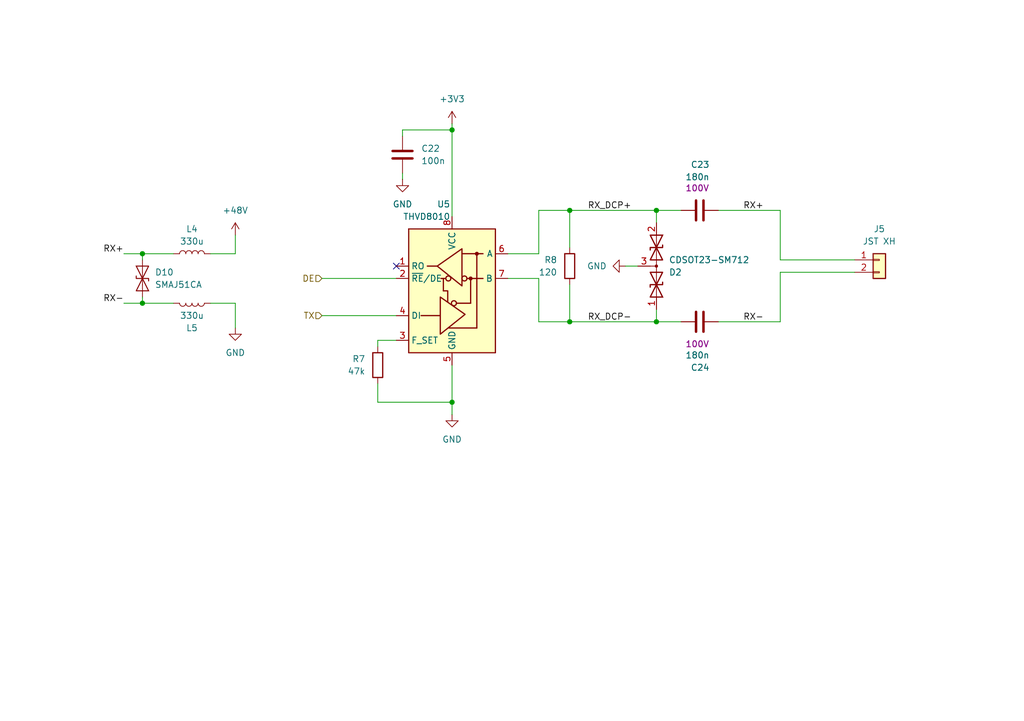
<source format=kicad_sch>
(kicad_sch (version 20231120) (generator "eeschema") (generator_version "8.0")
  (paper "A5")
  (lib_symbols
    (symbol "Connector_Generic:Conn_01x02" (pin_names (offset 1.016) hide)
      (property "Reference" "J" (at 0 2.54 0))
      (property "Value" "Conn_01x02" (at 0 -5.08 0))
      (symbol "Conn_01x02_1_1"
        (rectangle (start -1.27 -2.413) (end 0 -2.667) (stroke (width 0.1524)))
        (rectangle (start -1.27 0.127) (end 0 -0.127) (stroke (width 0.1524)))
        (rectangle (start -1.27 1.27) (end 1.27 -3.81) (stroke (width 0.254)) (fill (type background)))
        (pin passive line (at -5.08 0 0) (length 3.81) (name "Pin_1") (number "1"))
        (pin passive line (at -5.08 -2.54 0) (length 3.81) (name "Pin_2") (number "2"))
      )
    )
    (symbol "Device:C" (pin_numbers hide) (pin_names (offset 0.254))
      (property "Reference" "C" (at 0.635 2.54 0))
      (property "Value" "C" (at 0.635 -2.54 0))
      (symbol "C_0_1"
        (polyline (pts (xy -2.032 -0.762) (xy 2.032 -0.762)) (stroke (width 0.508)))
        (polyline (pts (xy -2.032 0.762) (xy 2.032 0.762)) (stroke (width 0.508)))
      )
      (symbol "C_1_1"
        (pin passive line (at 0 3.81 270) (length 2.794) (name "~") (number "1"))
        (pin passive line (at 0 -3.81 90) (length 2.794) (name "~") (number "2"))
      )
    )
    (symbol "Device:D_TVS_Dual_AAC" (pin_names (offset 1.016) hide)
      (property "Reference" "D" (at 0 4.445 0))
      (property "Value" "D_TVS_Dual_AAC" (at 0 2.54 0))
      (symbol "D_TVS_Dual_AAC_0_0"
        (polyline (pts (xy 0 -1.27) (xy 0 0)))
      )
      (symbol "D_TVS_Dual_AAC_0_1"
        (polyline (pts (xy -6.35 0) (xy 6.35 0)))
        (polyline (pts (xy -3.302 1.27) (xy -3.81 1.27) (xy -3.81 -1.27) (xy -4.318 -1.27)) (stroke (width 0.254)))
        (polyline (pts (xy 4.318 1.27) (xy 3.81 1.27) (xy 3.81 -1.27) (xy 3.302 -1.27)) (stroke (width 0.254)))
        (polyline (pts (xy -6.35 1.27) (xy -1.27 -1.27) (xy -1.27 1.27) (xy -6.35 -1.27) (xy -6.35 1.27)) (stroke (width 0.254)))
        (polyline (pts (xy 6.35 1.27) (xy 1.27 -1.27) (xy 1.27 1.27) (xy 6.35 -1.27) (xy 6.35 1.27)) (stroke (width 0.254)))
        (circle (center 0 0) (radius 0.254) (fill (type outline)))
      )
      (symbol "D_TVS_Dual_AAC_1_1"
        (pin passive line (at -8.89 0 0) (length 2.54) (name "A1") (number "1"))
        (pin passive line (at 8.89 0 180) (length 2.54) (name "A2") (number "2"))
        (pin passive line (at 0 -3.81 90) (length 2.54) (name "common") (number "3"))
      )
    )
    (symbol "Device:L" (pin_numbers hide) (pin_names (offset 1.016) hide)
      (property "Reference" "L" (at -1.27 0 90))
      (property "Value" "L" (at 1.905 0 90))
      (symbol "L_0_1"
        (arc (start 0 -2.54) (mid 0.6323 -1.905) (end 0 -1.27))
        (arc (start 0 -1.27) (mid 0.6323 -0.635) (end 0 0))
        (arc (start 0 0) (mid 0.6323 0.635) (end 0 1.27))
        (arc (start 0 1.27) (mid 0.6323 1.905) (end 0 2.54))
      )
      (symbol "L_1_1"
        (pin passive line (at 0 3.81 270) (length 1.27) (name "1") (number "1"))
        (pin passive line (at 0 -3.81 90) (length 1.27) (name "2") (number "2"))
      )
    )
    (symbol "Device:R" (pin_numbers hide) (pin_names (offset 0))
      (property "Reference" "R" (at 2.032 0 90))
      (property "Value" "R" (at 0 0 90))
      (symbol "R_0_1"
        (rectangle (start -1.016 -2.54) (end 1.016 2.54) (stroke (width 0.254)))
      )
      (symbol "R_1_1"
        (pin passive line (at 0 3.81 270) (length 1.27) (name "~") (number "1"))
        (pin passive line (at 0 -3.81 90) (length 1.27) (name "~") (number "2"))
      )
    )
    (symbol "Diode:SMAJ51CA" (pin_numbers hide) (pin_names (offset 1.016) hide)
      (property "Reference" "D" (at 0 2.54 0))
      (property "Value" "SMAJ51CA" (at 0 -2.54 0))
      (symbol "SMAJ51CA_0_1"
        (polyline (pts (xy 1.27 0) (xy -1.27 0)))
        (polyline (pts (xy -2.54 -1.27) (xy 0 0) (xy -2.54 1.27) (xy -2.54 -1.27)) (stroke (width 0.2032)))
        (polyline (pts (xy 0.508 1.27) (xy 0 1.27) (xy 0 -1.27) (xy -0.508 -1.27)) (stroke (width 0.2032)))
        (polyline (pts (xy 2.54 1.27) (xy 2.54 -1.27) (xy 0 0) (xy 2.54 1.27)) (stroke (width 0.2032)))
      )
      (symbol "SMAJ51CA_1_1"
        (pin passive line (at -3.81 0 0) (length 2.54) (name "A1") (number "1"))
        (pin passive line (at 3.81 0 180) (length 2.54) (name "A2") (number "2"))
      )
    )
    (symbol "fort:THVD8010"
      (property "Reference" "U" (at -6.985 13.97 0))
      (property "Value" "THVD8010" (at 7.62 13.97 0))
      (symbol "THVD8010_0_1"
        (rectangle (start -8.89 12.7) (end 8.89 -12.7) (stroke (width 0.254)) (fill (type background)))
        (polyline (pts (xy -2.54 -5.08) (xy -6.35 -5.08)) (stroke (width 0.254)))
        (polyline (pts (xy -2.286 2.54) (xy -1.27 2.54)) (stroke (width 0.254)))
        (polyline (pts (xy -1.778 2.54) (xy -1.778 0)) (stroke (width 0.254)))
        (polyline (pts (xy -0.635 -7.62) (xy 5.08 -7.62)) (stroke (width 0.254)))
        (polyline (pts (xy 0.889 -2.54) (xy 3.81 -2.54)) (stroke (width 0.254)))
        (polyline (pts (xy 2.032 7.62) (xy 6.35 7.62)) (stroke (width 0.254)))
        (polyline (pts (xy 3.048 2.54) (xy 6.35 2.54)) (stroke (width 0.254)))
        (polyline (pts (xy 3.81 -2.54) (xy 3.81 2.54)) (stroke (width 0.254)))
        (polyline (pts (xy 5.08 -7.62) (xy 5.08 7.62)) (stroke (width 0.254)))
        (polyline (pts (xy -3.175 5.08) (xy -5.08 5.08) (xy -4.064 5.08)) (stroke (width 0.254)))
        (polyline (pts (xy -1.778 0) (xy -0.889 0) (xy -0.889 -2.286)) (stroke (width 0.254)))
        (polyline (pts (xy -2.413 -5.08) (xy -2.413 -1.27) (xy 2.667 -4.826) (xy -2.413 -8.89) (xy -2.413 -5.08)) (stroke (width 0.254)))
        (circle (center 0.381 -2.54) (radius 0.508) (stroke (width 0.254)))
        (circle (center 3.81 2.54) (radius 0.2794) (stroke (width 0.254)) (fill (type outline)))
      )
      (symbol "THVD8010_1_1"
        (circle (center -0.762 2.54) (radius 0.508) (stroke (width 0.254)))
        (polyline (pts (xy 2.032 4.826) (xy 2.032 8.636) (xy -3.048 5.08) (xy 2.032 1.016) (xy 2.032 4.826)) (stroke (width 0.254)))
        (circle (center 2.54 2.54) (radius 0.508) (stroke (width 0.254)))
        (circle (center 5.08 7.62) (radius 0.2794) (stroke (width 0.254)) (fill (type outline)))
        (pin output line (at -11.43 5.08 0) (length 2.54) (name "RO") (number "1"))
        (pin input line (at -11.43 2.54 0) (length 2.54) (name "~{RE}/DE") (number "2"))
        (pin input line (at -11.43 -10.16 0) (length 2.54) (name "F_SET") (number "3"))
        (pin input line (at -11.43 -5.08 0) (length 2.54) (name "DI") (number "4"))
        (pin power_in line (at 0 -15.24 90) (length 2.54) (name "GND") (number "5"))
        (pin bidirectional line (at 11.43 7.62 180) (length 2.54) (name "A") (number "6"))
        (pin bidirectional line (at 11.43 2.54 180) (length 2.54) (name "B") (number "7"))
        (pin power_in line (at 0 15.24 270) (length 2.54) (name "VCC") (number "8"))
      )
    )
    (symbol "power:+3V3" (power) (pin_numbers hide) (pin_names (offset 0) hide)
      (property "Value" "+3V3" (at 0 3.556 0))
      (symbol "+3V3_0_1"
        (polyline (pts (xy -0.762 1.27) (xy 0 2.54)))
        (polyline (pts (xy 0 0) (xy 0 2.54)))
        (polyline (pts (xy 0 2.54) (xy 0.762 1.27)))
      )
      (symbol "+3V3_1_1"
        (pin power_in line (at 0 0 90) (length 0) (name "~") (number "1"))
      )
    )
    (symbol "power:+48V" (power) (pin_numbers hide) (pin_names (offset 0) hide)
      (property "Value" "+48V" (at 0 3.556 0))
      (symbol "+48V_0_1"
        (polyline (pts (xy -0.762 1.27) (xy 0 2.54)))
        (polyline (pts (xy 0 0) (xy 0 2.54)))
        (polyline (pts (xy 0 2.54) (xy 0.762 1.27)))
      )
      (symbol "+48V_1_1"
        (pin power_in line (at 0 0 90) (length 0) (name "~") (number "1"))
      )
    )
    (symbol "power:GND" (power) (pin_numbers hide) (pin_names (offset 0) hide)
      (property "Value" "GND" (at 0 -3.81 0))
      (symbol "GND_0_1"
        (polyline (pts (xy 0 0) (xy 0 -1.27) (xy 1.27 -1.27) (xy 0 -2.54) (xy -1.27 -1.27) (xy 0 -1.27)))
      )
      (symbol "GND_1_1"
        (pin power_in line (at 0 0 270) (length 0) (name "~") (number "1"))
      )
    )
  )
  (junction (at 116.84 66.04))
  (junction (at 29.21 52.07))
  (junction (at 92.71 82.55))
  (junction (at 29.21 62.23))
  (junction (at 134.62 66.04))
  (junction (at 92.71 26.67))
  (junction (at 134.62 43.18))
  (junction (at 116.84 43.18))
  (no_connect (at 81.28 54.61))
  (wire (pts (xy 48.26 52.07) (xy 48.26 48.26)))
  (wire (pts (xy 48.26 62.23) (xy 48.26 67.31)))
  (wire (pts (xy 110.49 43.18) (xy 110.49 52.07)))
  (wire (pts (xy 134.62 66.04) (xy 116.84 66.04)))
  (wire (pts (xy 134.62 43.18) (xy 116.84 43.18)))
  (wire (pts (xy 139.7 43.18) (xy 134.62 43.18)))
  (wire (pts (xy 110.49 57.15) (xy 104.14 57.15)))
  (wire (pts (xy 134.62 66.04) (xy 134.62 63.5)))
  (wire (pts (xy 29.21 52.07) (xy 29.21 53.34)))
  (wire (pts (xy 92.71 82.55) (xy 77.47 82.55)))
  (wire (pts (xy 110.49 52.07) (xy 104.14 52.07)))
  (wire (pts (xy 160.02 55.88) (xy 175.26 55.88)))
  (wire (pts (xy 147.32 43.18) (xy 160.02 43.18)))
  (wire (pts (xy 116.84 66.04) (xy 110.49 66.04)))
  (wire (pts (xy 35.56 62.23) (xy 29.21 62.23)))
  (wire (pts (xy 43.18 52.07) (xy 48.26 52.07)))
  (wire (pts (xy 82.55 26.67) (xy 82.55 27.94)))
  (wire (pts (xy 116.84 43.18) (xy 116.84 50.8)))
  (wire (pts (xy 66.04 57.15) (xy 81.28 57.15)))
  (wire (pts (xy 82.55 35.56) (xy 82.55 36.83)))
  (wire (pts (xy 92.71 74.93) (xy 92.71 82.55)))
  (wire (pts (xy 29.21 60.96) (xy 29.21 62.23)))
  (wire (pts (xy 160.02 53.34) (xy 175.26 53.34)))
  (wire (pts (xy 66.04 64.77) (xy 81.28 64.77)))
  (wire (pts (xy 77.47 69.85) (xy 77.47 71.12)))
  (wire (pts (xy 92.71 26.67) (xy 82.55 26.67)))
  (wire (pts (xy 116.84 43.18) (xy 110.49 43.18)))
  (wire (pts (xy 134.62 43.18) (xy 134.62 45.72)))
  (wire (pts (xy 81.28 69.85) (xy 77.47 69.85)))
  (wire (pts (xy 29.21 62.23) (xy 25.4 62.23)))
  (wire (pts (xy 160.02 43.18) (xy 160.02 53.34)))
  (wire (pts (xy 77.47 78.74) (xy 77.47 82.55)))
  (wire (pts (xy 92.71 82.55) (xy 92.71 85.09)))
  (wire (pts (xy 92.71 26.67) (xy 92.71 44.45)))
  (wire (pts (xy 92.71 25.4) (xy 92.71 26.67)))
  (wire (pts (xy 110.49 66.04) (xy 110.49 57.15)))
  (wire (pts (xy 139.7 66.04) (xy 134.62 66.04)))
  (wire (pts (xy 25.4 52.07) (xy 29.21 52.07)))
  (wire (pts (xy 116.84 58.42) (xy 116.84 66.04)))
  (wire (pts (xy 43.18 62.23) (xy 48.26 62.23)))
  (wire (pts (xy 160.02 66.04) (xy 160.02 55.88)))
  (wire (pts (xy 130.81 54.61) (xy 128.27 54.61)))
  (wire (pts (xy 29.21 52.07) (xy 35.56 52.07)))
  (wire (pts (xy 147.32 66.04) (xy 160.02 66.04)))
  (label "RX+" (at 152.4 43.18 0))
  (label "RX+" (at 25.4 52.07 180))
  (label "RX_DCP-" (at 129.54 66.04 180))
  (label "RX-" (at 25.4 62.23 180))
  (label "RX_DCP+" (at 129.54 43.18 180))
  (label "RX-" (at 152.4 66.04 0))
  (hierarchical_label "TX" (shape input) (at 66.04 64.77 180))
  (hierarchical_label "DE" (shape input) (at 66.04 57.15 180))
  (symbol (lib_id "Device:C") (at 82.55 31.75 0) (unit 1)
    (property "Reference" "C22" (at 86.36 30.4799 0) (effects (justify left)))
    (property "Value" "100n" (at 86.36 33.0199 0) (effects (justify left)))
    (property "Footprint" "Capacitor_SMD:C_0402_1005Metric" (effects (hide yes)))
    (property "Description" "Unpolarized capacitor" (effects (hide yes)))
    (property "Rated Voltage" "16V" (effects (hide yes)))
    (property "Dielectric" "X7R" (effects (hide yes)))
    (property "MPN" "GRM155R71H104KE14J" (effects (hide yes)))
    (instances (project "helios" (path "" (reference "C22") (unit 1)) (path "" (reference "C25") (unit 1)) (path "" (reference "C19") (unit 1)) (path "" (reference "C28") (unit 1))))
  )
  (symbol (lib_id "power:+48V") (at 48.26 48.26 0) (unit 1)
    (property "Reference" "#PWR027" (effects (hide yes)))
    (property "Value" "+48V" (at 48.26 43.18 0))
    (property "Description" "Power symbol creates a global label with name \"+48V\"" (effects (hide yes)))
    (instances (project "helios" (path "" (reference "#PWR027") (unit 1)) (path "" (reference "#PWR033") (unit 1)) (path "" (reference "#PWR021") (unit 1)) (path "" (reference "#PWR039") (unit 1))))
  )
  (symbol (lib_id "power:+3V3") (at 92.71 25.4 0) (mirror y) (unit 1)
    (property "Reference" "#PWR030" (effects (hide yes)))
    (property "Value" "+3V3" (at 92.71 20.32 0))
    (property "Description" "Power symbol creates a global label with name \"+3V3\"" (effects (hide yes)))
    (instances (project "helios" (path "" (reference "#PWR030") (unit 1)) (path "" (reference "#PWR036") (unit 1)) (path "" (reference "#PWR024") (unit 1)) (path "" (reference "#PWR042") (unit 1))))
  )
  (symbol (lib_id "power:GND") (at 92.71 85.09 0) (mirror y) (unit 1)
    (property "Reference" "#PWR031" (effects (hide yes)))
    (property "Value" "GND" (at 92.71 90.17 0))
    (property "Description" "Power symbol creates a global label with name \"GND\" , ground" (effects (hide yes)))
    (instances (project "helios" (path "" (reference "#PWR031") (unit 1)) (path "" (reference "#PWR037") (unit 1)) (path "" (reference "#PWR025") (unit 1)) (path "" (reference "#PWR043") (unit 1))))
  )
  (symbol (lib_id "Device:R") (at 116.84 54.61 0) (mirror y) (unit 1)
    (property "Reference" "R8" (at 114.3 53.3399 0) (effects (justify left)))
    (property "Value" "120" (at 114.3 55.8799 0) (effects (justify left)))
    (property "Footprint" "Resistor_SMD:R_0402_1005Metric" (effects (hide yes)))
    (property "Description" "Resistor" (effects (hide yes)))
    (property "MPN" "ERJ-2RKF1200X" (effects (hide yes)))
    (instances (project "helios" (path "" (reference "R8") (unit 1)) (path "" (reference "R10") (unit 1)) (path "" (reference "R6") (unit 1)) (path "" (reference "R12") (unit 1))))
  )
  (symbol (lib_id "Diode:SMAJ51CA") (at 29.21 57.15 90) (unit 1)
    (property "Reference" "D10" (at 31.75 55.8799 90) (effects (justify right)))
    (property "Value" "SMAJ51CA" (at 31.75 58.4199 90) (effects (justify right)))
    (property "Footprint" "Diode_SMD:D_SMA" (effects (hide yes)))
    (property "Datasheet" "https://www.littelfuse.com/media?resourcetype=datasheets&itemid=75e32973-b177-4ee3-a0ff-cedaf1abdb93&filename=smaj-datasheet" (effects (hide yes)))
    (property "Description" "400W bidirectional Transient Voltage Suppressor, 51.0Vr, SMA(DO-214AC)" (effects (hide yes)))
    (property "MPN" "SMAJ51CA" (effects (hide yes)))
    (instances (project "" (path "" (reference "D10") (unit 1)) (path "" (reference "D11") (unit 1)) (path "" (reference "D9") (unit 1)) (path "" (reference "D12") (unit 1))))
  )
  (symbol (lib_id "power:GND") (at 48.26 67.31 0) (unit 1)
    (property "Reference" "#PWR028" (effects (hide yes)))
    (property "Value" "GND" (at 48.26 72.39 0))
    (property "Description" "Power symbol creates a global label with name \"GND\" , ground" (effects (hide yes)))
    (instances (project "helios" (path "" (reference "#PWR028") (unit 1)) (path "" (reference "#PWR034") (unit 1)) (path "" (reference "#PWR022") (unit 1)) (path "" (reference "#PWR040") (unit 1))))
  )
  (symbol (lib_id "power:GND") (at 82.55 36.83 0) (mirror y) (unit 1)
    (property "Reference" "#PWR029" (effects (hide yes)))
    (property "Value" "GND" (at 82.55 41.91 0))
    (property "Description" "Power symbol creates a global label with name \"GND\" , ground" (effects (hide yes)))
    (instances (project "helios" (path "" (reference "#PWR029") (unit 1)) (path "" (reference "#PWR035") (unit 1)) (path "" (reference "#PWR023") (unit 1)) (path "" (reference "#PWR041") (unit 1))))
  )
  (symbol (lib_id "Device:L") (at 39.37 62.23 270) (unit 1)
    (property "Reference" "L5" (at 39.37 67.31 90))
    (property "Value" "330u" (at 39.37 64.77 90))
    (property "Footprint" "fort:L_Bourns-SRN8040_8x8.15mm" (effects (hide yes)))
    (property "Datasheet" "https://www.bourns.com/docs/Product-Datasheets/SRN8040TA.pdf" (effects (hide yes)))
    (property "Description" "Inductor" (effects (hide yes)))
    (property "MPN" "SRN8040TA-331M" (effects (hide yes)))
    (instances (project "helios" (path "" (reference "L5") (unit 1)) (path "" (reference "L7") (unit 1)) (path "" (reference "L3") (unit 1)) (path "" (reference "L9") (unit 1))))
  )
  (symbol (lib_id "Device:C") (at 143.51 43.18 270) (mirror x) (unit 1)
    (property "Reference" "C23" (at 145.542 33.7819 90) (effects (justify right)))
    (property "Value" "180n" (at 145.542 36.3219 90) (effects (justify right)))
    (property "Footprint" "Capacitor_SMD:C_1206_3216Metric" (effects (hide yes)))
    (property "Description" "Unpolarized capacitor" (effects (hide yes)))
    (property "Rated Voltage" "100V" (at 143.002 38.608 90))
    (property "Dielectric" "X7R" (effects (hide yes)))
    (property "MPN" "C1206F184K1RACAUTO" (effects (hide yes)))
    (instances (project "helios" (path "" (reference "C23") (unit 1)) (path "" (reference "C26") (unit 1)) (path "" (reference "C20") (unit 1)) (path "" (reference "C29") (unit 1))))
  )
  (symbol (lib_id "Device:L") (at 39.37 52.07 90) (unit 1)
    (property "Reference" "L4" (at 39.37 46.99 90))
    (property "Value" "330u" (at 39.37 49.53 90))
    (property "Footprint" "fort:L_Bourns-SRN8040_8x8.15mm" (effects (hide yes)))
    (property "Datasheet" "https://www.bourns.com/docs/Product-Datasheets/SRN8040TA.pdf" (effects (hide yes)))
    (property "Description" "Inductor" (effects (hide yes)))
    (property "MPN" "SRN8040TA-331M" (effects (hide yes)))
    (instances (project "helios" (path "" (reference "L4") (unit 1)) (path "" (reference "L6") (unit 1)) (path "" (reference "L2") (unit 1)) (path "" (reference "L8") (unit 1))))
  )
  (symbol (lib_id "fort:THVD8010") (at 92.71 59.69 0) (unit 1)
    (property "Reference" "U5" (at 92.3641 41.91 0) (effects (justify right)))
    (property "Value" "THVD8010" (at 92.3641 44.45 0) (effects (justify right)))
    (property "Footprint" "fort:Texas_SOT-23-8-THIN_1.6x2.9m" (effects (hide yes)))
    (property "Datasheet" "https://www.ti.com/lit/ds/symlink/thvd8010.pdf" (effects (hide yes)))
    (property "Description" "RS-485 Half-duplex 30kbps transceiver with OOK Modulation for Power Line Communication, SOT-23" (effects (hide yes)))
    (property "MPN" "THVD8010" (effects (hide yes)))
    (instances (project "helios" (path "" (reference "U5") (unit 1)) (path "" (reference "U6") (unit 1)) (path "" (reference "U4") (unit 1)) (path "" (reference "U7") (unit 1))))
  )
  (symbol (lib_id "Connector_Generic:Conn_01x02") (at 180.34 53.34 0) (unit 1)
    (property "Reference" "J5" (at 180.34 46.99 0))
    (property "Value" "JST XH" (at 180.34 49.53 0))
    (property "Footprint" "Connector_JST:JST_XH_S2B-XH-A_1x02_P2.50mm_Horizontal" (effects (hide yes)))
    (property "Description" "Generic connector, single row, 01x02, script generated (kicad-library-utils/schlib/autogen/connector/)" (effects (hide yes)))
    (property "MPN" "S2B-XH-A" (effects (hide yes)))
    (instances (project "helios" (path "" (reference "J5") (unit 1)) (path "" (reference "J6") (unit 1)) (path "" (reference "J4") (unit 1)) (path "" (reference "J7") (unit 1))))
  )
  (symbol (lib_id "power:GND") (at 128.27 54.61 270) (mirror x) (unit 1)
    (property "Reference" "#PWR032" (effects (hide yes)))
    (property "Value" "GND" (at 124.46 54.6099 90) (effects (justify right)))
    (property "Description" "Power symbol creates a global label with name \"GND\" , ground" (effects (hide yes)))
    (instances (project "helios" (path "" (reference "#PWR032") (unit 1)) (path "" (reference "#PWR038") (unit 1)) (path "" (reference "#PWR026") (unit 1)) (path "" (reference "#PWR044") (unit 1))))
  )
  (symbol (lib_id "Device:R") (at 77.47 74.93 0) (mirror y) (unit 1)
    (property "Reference" "R7" (at 74.93 73.6599 0) (effects (justify left)))
    (property "Value" "47k" (at 74.93 76.1999 0) (effects (justify left)))
    (property "Footprint" "Resistor_SMD:R_0402_1005Metric" (effects (hide yes)))
    (property "Description" "Resistor" (effects (hide yes)))
    (property "MPN" "RC0402FR-0747KL" (effects (hide yes)))
    (instances (project "helios" (path "" (reference "R7") (unit 1)) (path "" (reference "R9") (unit 1)) (path "" (reference "R5") (unit 1)) (path "" (reference "R11") (unit 1))))
  )
  (symbol (lib_id "Device:C") (at 143.51 66.04 270) (unit 1)
    (property "Reference" "C24" (at 145.542 75.4381 90) (effects (justify right)))
    (property "Value" "180n" (at 145.542 72.8981 90) (effects (justify right)))
    (property "Footprint" "Capacitor_SMD:C_1206_3216Metric" (effects (hide yes)))
    (property "Description" "Unpolarized capacitor" (effects (hide yes)))
    (property "Rated Voltage" "100V" (at 143.002 70.612 90))
    (property "Dielectric" "X7R" (effects (hide yes)))
    (property "MPN" "C1206F184K1RACAUTO" (effects (hide yes)))
    (instances (project "helios" (path "" (reference "C24") (unit 1)) (path "" (reference "C27") (unit 1)) (path "" (reference "C21") (unit 1)) (path "" (reference "C30") (unit 1))))
  )
  (symbol (lib_id "Device:D_TVS_Dual_AAC") (at 134.62 54.61 270) (mirror x) (unit 1)
    (property "Reference" "D2" (at 137.16 55.8801 90) (effects (justify left)))
    (property "Value" "CDSOT23-SM712" (at 137.16 53.3401 90) (effects (justify left)))
    (property "Footprint" "Package_TO_SOT_SMD:SOT-23" (effects (hide yes)))
    (property "Datasheet" "https://www.bourns.com/docs/Product-Datasheets/CDSOT23-SM712.pdf" (effects (hide yes)))
    (property "Description" "Bidirectional dual transient-voltage-suppression diode, center on pin 3" (effects (hide yes)))
    (property "MPN" "CDSOT23-SM712" (effects (hide yes)))
    (instances (project "helios" (path "" (reference "D2") (unit 1)) (path "" (reference "D3") (unit 1)) (path "" (reference "D1") (unit 1)) (path "" (reference "D4") (unit 1))))
  )
)
</source>
